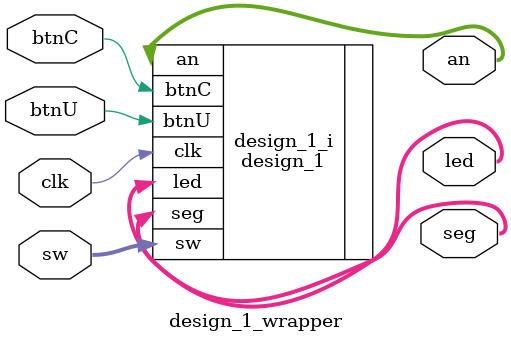
<source format=v>
`timescale 1 ps / 1 ps

module design_1_wrapper
   (an,
    btnC,
    btnU,
    clk,
    led,
    seg,
    sw);
  output [7:0]an;
  input btnC;
  input btnU;
  input clk;
  output [15:0]led;
  output [6:0]seg;
  input [2:0]sw;

  wire [7:0]an;
  wire btnC;
  wire btnU;
  wire clk;
  wire [15:0]led;
  wire [6:0]seg;
  wire [2:0]sw;

  design_1 design_1_i
       (.an(an),
        .btnC(btnC),
        .btnU(btnU),
        .clk(clk),
        .led(led),
        .seg(seg),
        .sw(sw));
endmodule

</source>
